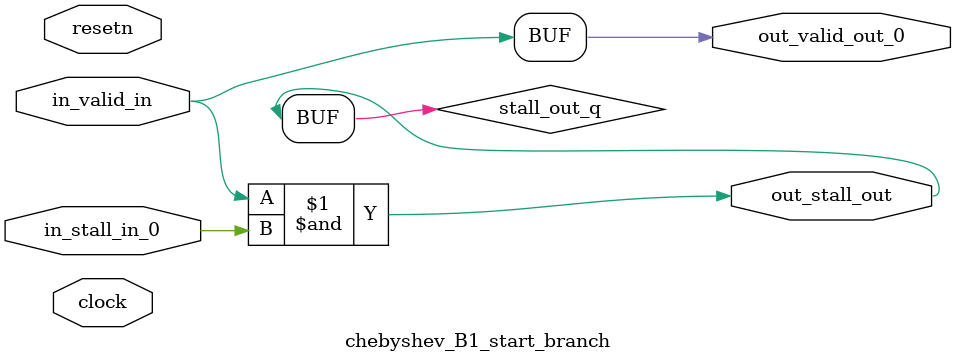
<source format=sv>



(* altera_attribute = "-name AUTO_SHIFT_REGISTER_RECOGNITION OFF; -name MESSAGE_DISABLE 10036; -name MESSAGE_DISABLE 10037; -name MESSAGE_DISABLE 14130; -name MESSAGE_DISABLE 14320; -name MESSAGE_DISABLE 15400; -name MESSAGE_DISABLE 14130; -name MESSAGE_DISABLE 10036; -name MESSAGE_DISABLE 12020; -name MESSAGE_DISABLE 12030; -name MESSAGE_DISABLE 12010; -name MESSAGE_DISABLE 12110; -name MESSAGE_DISABLE 14320; -name MESSAGE_DISABLE 13410; -name MESSAGE_DISABLE 113007; -name MESSAGE_DISABLE 10958" *)
module chebyshev_B1_start_branch (
    input wire [0:0] in_stall_in_0,
    input wire [0:0] in_valid_in,
    output wire [0:0] out_stall_out,
    output wire [0:0] out_valid_out_0,
    input wire clock,
    input wire resetn
    );

    wire [0:0] stall_out_q;


    // stall_out(LOGICAL,6)
    assign stall_out_q = in_valid_in & in_stall_in_0;

    // out_stall_out(GPOUT,4)
    assign out_stall_out = stall_out_q;

    // out_valid_out_0(GPOUT,5)
    assign out_valid_out_0 = in_valid_in;

endmodule

</source>
